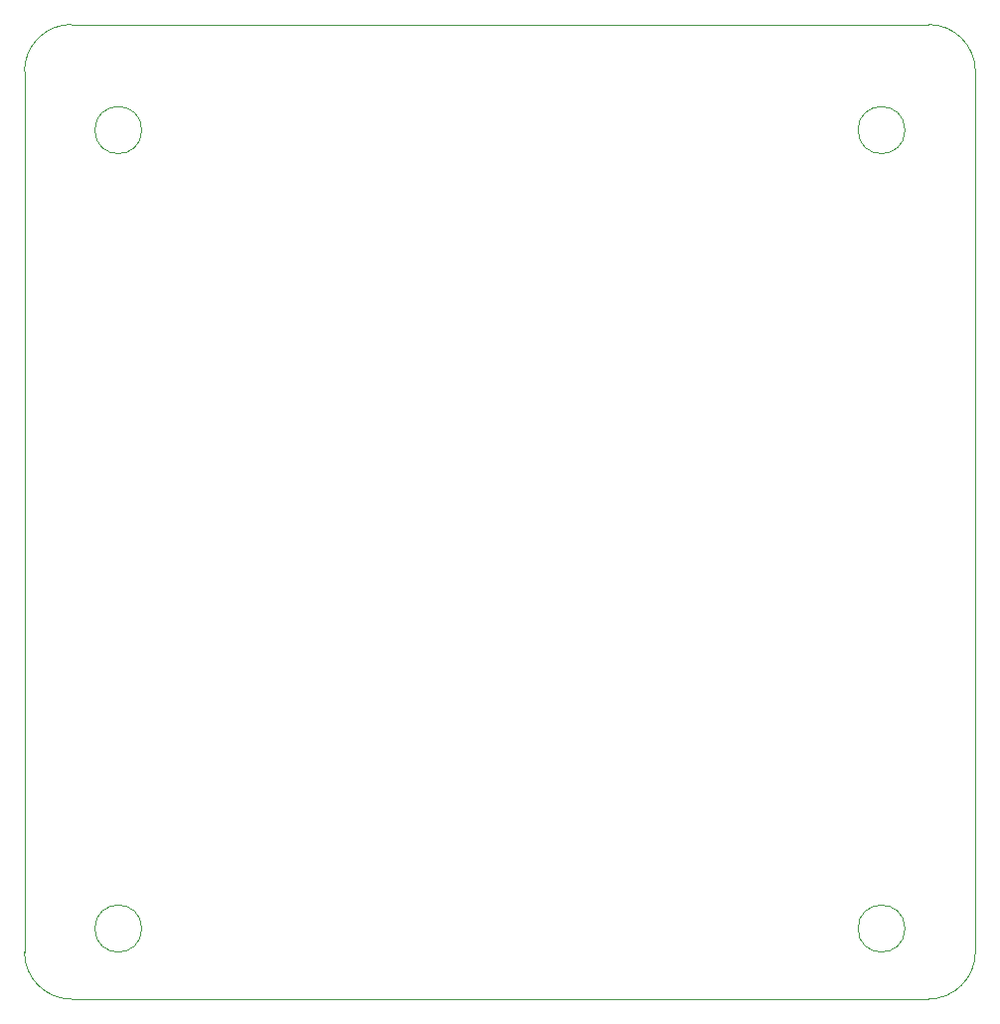
<source format=gm1>
G04 #@! TF.GenerationSoftware,KiCad,Pcbnew,(6.0.1)*
G04 #@! TF.CreationDate,2022-02-14T21:31:15+02:00*
G04 #@! TF.ProjectId,enlarger_timer,656e6c61-7267-4657-925f-74696d65722e,rev?*
G04 #@! TF.SameCoordinates,Original*
G04 #@! TF.FileFunction,Profile,NP*
%FSLAX46Y46*%
G04 Gerber Fmt 4.6, Leading zero omitted, Abs format (unit mm)*
G04 Created by KiCad (PCBNEW (6.0.1)) date 2022-02-14 21:31:15*
%MOMM*%
%LPD*%
G01*
G04 APERTURE LIST*
G04 #@! TA.AperFunction,Profile*
%ADD10C,0.100000*%
G04 #@! TD*
G04 APERTURE END LIST*
D10*
X117000000Y-121000000D02*
G75*
G03*
X121000000Y-125000000I4000000J0D01*
G01*
X194000000Y-125000000D02*
G75*
G03*
X198000000Y-121000000I0J4000000D01*
G01*
X198000000Y-46000000D02*
G75*
G03*
X194000000Y-42000000I-4000000J0D01*
G01*
X121000000Y-42000000D02*
G75*
G03*
X117000000Y-46000000I0J-4000000D01*
G01*
X127000000Y-51000000D02*
G75*
G03*
X127000000Y-51000000I-2000000J0D01*
G01*
X192000000Y-51000000D02*
G75*
G03*
X192000000Y-51000000I-2000000J0D01*
G01*
X192000000Y-119000000D02*
G75*
G03*
X192000000Y-119000000I-2000000J0D01*
G01*
X127000000Y-119000000D02*
G75*
G03*
X127000000Y-119000000I-2000000J0D01*
G01*
X121000000Y-42000000D02*
X194000000Y-42000000D01*
X117000000Y-121000000D02*
X117000000Y-46000000D01*
X129500000Y-125000000D02*
X121000000Y-125000000D01*
X184500000Y-125000000D02*
X129500000Y-125000000D01*
X194000000Y-125000000D02*
X184500000Y-125000000D01*
X198000000Y-46000000D02*
X198000000Y-121000000D01*
M02*

</source>
